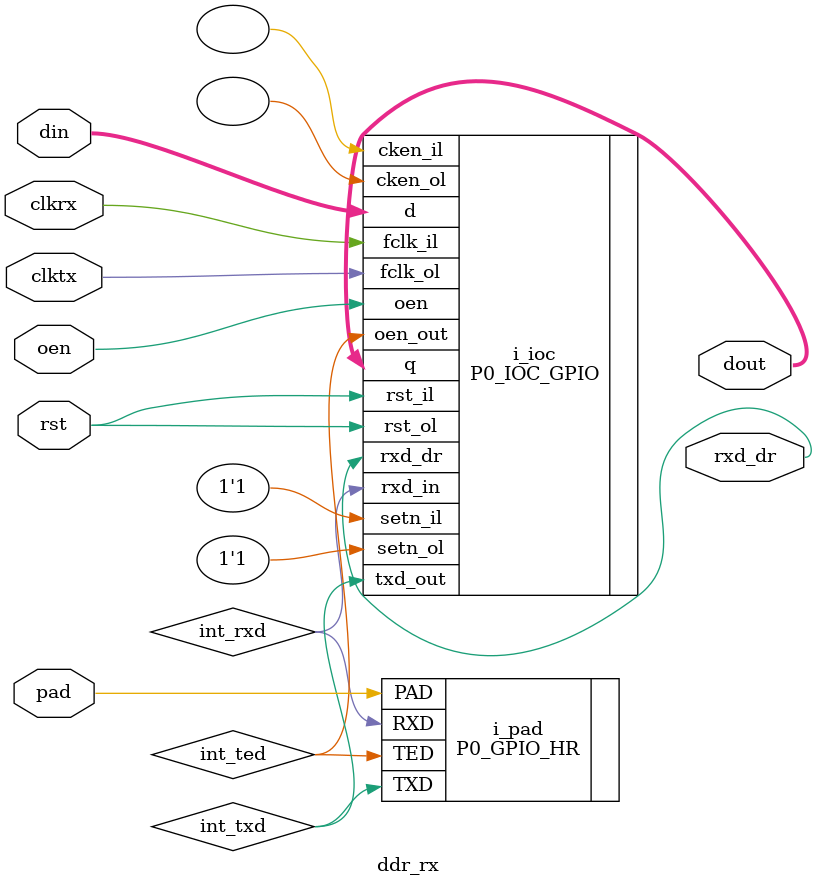
<source format=v>
`define RGMII_3V3_EN

module ddr_rx(
	pad,
	clkrx,
	clktx,
	rst,
	oen,
	din,
	rxd_dr,
	dout
);

parameter CLK_PAD_EN=1'b0;

inout pad;
input clkrx, clktx, oen, rst;
input [1:0] din;
output [1:0] dout;
output rxd_dr;

wire int_rxd;

P0_GPIO_HR #(

`ifdef RGMII_3V3_EN

             .CFG_25_EN    (1'b0),//bank shared 
             .CFG_MSC      (1'b0),  //bank shared
			 .CFG_RX_EN12  (1'b0),
             .CFG_RX_EN15  (1'b0),
             .CFG_RX_EN33  (1'b1),
			 
`elsif RGMII_2V5_EN

             .CFG_25_EN    (1'b1),//bank shared 
             .CFG_MSC      (1'b0),  //bank shared
			 .CFG_RX_EN12  (1'b0),
             .CFG_RX_EN15  (1'b0),
             .CFG_RX_EN33  (1'b0),
`else

             .CFG_25_EN    (1'b0),//bank shared  //1.8V
             .CFG_MSC      (1'b1),  //bank shared
			 .CFG_RX_EN12  (1'b0),
             .CFG_RX_EN15  (1'b0),
             .CFG_RX_EN33  (1'b0),
			 
`endif
			 
             .CFG_NS_LV    (1'b0),
             .CFG_RX_DIG_EN(1'b1), //in

             .CFG_RX_ST_EN (1'b0),

             // .CFG_NDR (4'b1110),
             // .CFG_PDR (5'b11110),
			 
			 .CFG_NDR (4'b0100),
             .CFG_PDR (5'b01010), //4mA
			 
             .CFG_KEEP(2'b00),
             .CFG_RSE (4'b0000) 
      ) i_pad (
		.RXD(int_rxd), 
		.PAD(pad), 
		.TED(int_ted),
		.TXD(int_txd)
      );

P0_IOC_GPIO #(
        .CFG_OEN_SEL(4'b0100),//0000:1, 0001:0, 0010: oen4, 0100:oen2, 1000:oen3
        .CFG_CK_PAD_EN(CLK_PAD_EN),
        .CFG_DDR_IN_NREG(1'b0),
        .CFG_DDR_IN_NREG_DFF(1'b1),//in
        .CFG_DDR_IN_PREG(1'b0),
        .CFG_DDR_IN_PREG_DFF(1'b1),//in
        .CFG_DDR_OUT(1'b1),
        .CFG_DDR_OUT_REG(1'b1),
        .CFG_FASTIN_0(1'b0),
        .CFG_FASTIN_1(1'b0),
        .CFG_FCLK_INV(1'b1),
        .CFG_FOUT_SEL(1'b0),
        .CFG_OEN_DDR_OUT_REG(1'b1),
        .CFG_OEN_INV(1'b0), //
        .CFG_OFDBK(1'b0),
        .CFG_OUT_INV(1'b0),

//**** from IOC_LBUF_GPIO.ckgate_block_GPIO
        .CFG_FCLK0_I_EN(1'b1),
        .CFG_FCLK0_O_EN(1'b1),
        .CFG_FCLK1_I_EN(1'b1),
        .CFG_FCLK1_O_EN(1'b1),
        .CFG_FCLK_OEN_EN(1'b1),
        .CFG_FCLK_SR_I_EN(1'b1),
        .CFG_FCLK_SR_O_EN(1'b1),

//**** from IOC_LBUF_GPIO.CLK_MUX_GPIO
        .CFG_SET_INV_I(1'b1),
        .CFG_SET_EN_I(2'b01), //[1] not use
        .CFG_SET_SYN_I(1'b0),
        .CFG_SET_INV_O(1'b1),
        .CFG_SET_EN_O(2'b11), //[1] to control oe
        .CFG_SET_SYN_O(1'b0),

        .CFG_RST_INV_I(1'b0),
        .CFG_RST_EN_I(2'b01), //[1] not use
        .CFG_RST_SYN_I(1'b1),
        .CFG_RST_INV_O(1'b0),
        .CFG_RST_EN_O(2'b11), //[1] to control oe
        .CFG_RST_SYN_O(1'b1),

        .CFG_EN0_I(1'b0),
        .CFG_EN1_I(1'b0),
        .CFG_CKEN_INV_I(1'b0),
        .CFG_EN0_O(1'b0),
        .CFG_EN1_O(1'b0),
        .CFG_CKEN_INV_O(1'b0)
      ) i_ioc (
	    .rxd_in(int_rxd),
	    .txd_out(int_txd),
	    .oen_out(int_ted),

	    .rxd_dr(rxd_dr),//clk

	    .fclk_il(clkrx),
	    .fclk_ol(clktx),
	    .cken_il(),
	    .cken_ol(),
	    .rst_il(rst),
	    .rst_ol(rst),
	    .setn_il(1'b1),
	    .setn_ol(1'b1),//high active
	    .oen(oen),
	    .d(din),
	    .q(dout)  
	    // .q({dout[0],dout[1]})
	  );
endmodule

</source>
